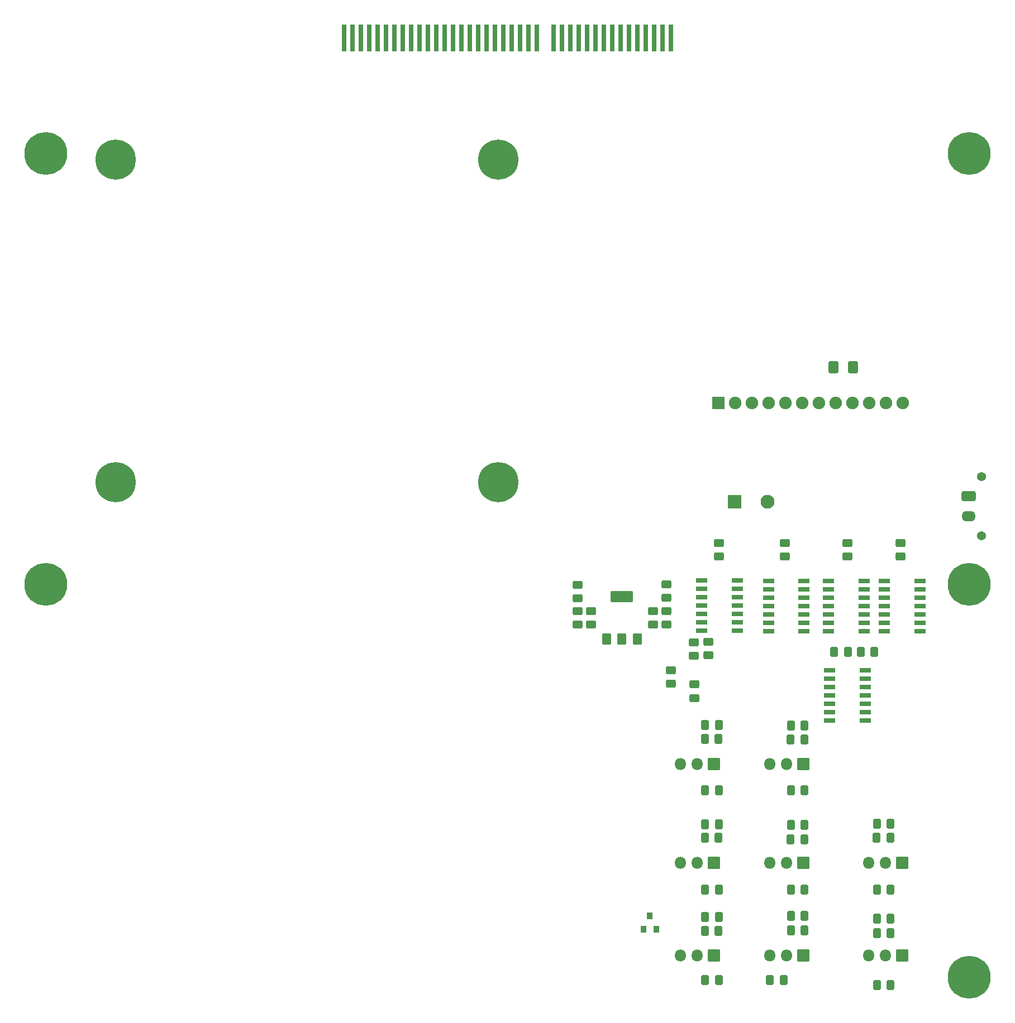
<source format=gts>
G04 #@! TF.GenerationSoftware,KiCad,Pcbnew,(6.0.2)*
G04 #@! TF.CreationDate,2022-09-21T19:40:20+09:30*
G04 #@! TF.ProjectId,BSPD,42535044-2e6b-4696-9361-645f70636258,4*
G04 #@! TF.SameCoordinates,Original*
G04 #@! TF.FileFunction,Soldermask,Top*
G04 #@! TF.FilePolarity,Negative*
%FSLAX46Y46*%
G04 Gerber Fmt 4.6, Leading zero omitted, Abs format (unit mm)*
G04 Created by KiCad (PCBNEW (6.0.2)) date 2022-09-21 19:40:20*
%MOMM*%
%LPD*%
G01*
G04 APERTURE LIST*
G04 Aperture macros list*
%AMRoundRect*
0 Rectangle with rounded corners*
0 $1 Rounding radius*
0 $2 $3 $4 $5 $6 $7 $8 $9 X,Y pos of 4 corners*
0 Add a 4 corners polygon primitive as box body*
4,1,4,$2,$3,$4,$5,$6,$7,$8,$9,$2,$3,0*
0 Add four circle primitives for the rounded corners*
1,1,$1+$1,$2,$3*
1,1,$1+$1,$4,$5*
1,1,$1+$1,$6,$7*
1,1,$1+$1,$8,$9*
0 Add four rect primitives between the rounded corners*
20,1,$1+$1,$2,$3,$4,$5,0*
20,1,$1+$1,$4,$5,$6,$7,0*
20,1,$1+$1,$6,$7,$8,$9,0*
20,1,$1+$1,$8,$9,$2,$3,0*%
G04 Aperture macros list end*
%ADD10RoundRect,0.300550X0.450450X-0.325450X0.450450X0.325450X-0.450450X0.325450X-0.450450X-0.325450X0*%
%ADD11RoundRect,0.301000X0.450000X-0.325000X0.450000X0.325000X-0.450000X0.325000X-0.450000X-0.325000X0*%
%ADD12RoundRect,0.300550X0.325450X0.450450X-0.325450X0.450450X-0.325450X-0.450450X0.325450X-0.450450X0*%
%ADD13RoundRect,0.301000X0.325000X0.450000X-0.325000X0.450000X-0.325000X-0.450000X0.325000X-0.450000X0*%
%ADD14RoundRect,0.051000X0.400000X0.450000X-0.400000X0.450000X-0.400000X-0.450000X0.400000X-0.450000X0*%
%ADD15RoundRect,0.301000X-0.325000X-0.450000X0.325000X-0.450000X0.325000X0.450000X-0.325000X0.450000X0*%
%ADD16RoundRect,0.051000X0.600000X0.800000X-0.600000X0.800000X-0.600000X-0.800000X0.600000X-0.800000X0*%
%ADD17RoundRect,0.051000X1.650000X-0.800000X1.650000X0.800000X-1.650000X0.800000X-1.650000X-0.800000X0*%
%ADD18RoundRect,0.051000X-0.775000X0.300000X-0.775000X-0.300000X0.775000X-0.300000X0.775000X0.300000X0*%
%ADD19RoundRect,0.301000X-0.450000X0.325000X-0.450000X-0.325000X0.450000X-0.325000X0.450000X0.325000X0*%
%ADD20RoundRect,0.051000X-0.850000X0.850000X-0.850000X-0.850000X0.850000X-0.850000X0.850000X0.850000X0*%
%ADD21O,1.802000X1.802000*%
%ADD22C,0.902000*%
%ADD23C,6.502000*%
%ADD24C,1.372000*%
%ADD25RoundRect,0.301001X-0.759999X0.499999X-0.759999X-0.499999X0.759999X-0.499999X0.759999X0.499999X0*%
%ADD26O,2.122000X1.602000*%
%ADD27RoundRect,0.051000X-0.900000X-0.900000X0.900000X-0.900000X0.900000X0.900000X-0.900000X0.900000X0*%
%ADD28C,1.902000*%
%ADD29RoundRect,0.051000X0.280000X2.000000X-0.280000X2.000000X-0.280000X-2.000000X0.280000X-2.000000X0*%
%ADD30C,6.102000*%
%ADD31RoundRect,0.301001X0.462499X0.624999X-0.462499X0.624999X-0.462499X-0.624999X0.462499X-0.624999X0*%
%ADD32RoundRect,0.051000X-1.000000X-1.000000X1.000000X-1.000000X1.000000X1.000000X-1.000000X1.000000X0*%
%ADD33C,2.102000*%
G04 APERTURE END LIST*
D10*
X156635000Y-95125000D03*
D11*
X156635000Y-93075000D03*
D10*
X139135000Y-95125000D03*
D11*
X139135000Y-93075000D03*
D10*
X148635000Y-95125000D03*
D11*
X148635000Y-93075000D03*
D10*
X129135000Y-95125000D03*
D11*
X129135000Y-93075000D03*
D10*
X109735000Y-105425000D03*
D11*
X109735000Y-103375000D03*
D10*
X119135000Y-105425000D03*
D11*
X119135000Y-103375000D03*
D12*
X148660000Y-109600000D03*
D13*
X146610000Y-109600000D03*
D14*
X117710000Y-151600000D03*
X119610000Y-151600000D03*
X118660000Y-149600000D03*
D13*
X152660000Y-109600000D03*
X150610000Y-109600000D03*
D15*
X153085000Y-160100000D03*
X155135000Y-160100000D03*
X140035000Y-145600000D03*
X142085000Y-145600000D03*
D13*
X155160000Y-145600000D03*
X153110000Y-145600000D03*
D15*
X136860000Y-159350000D03*
X138910000Y-159350000D03*
X127035000Y-145600000D03*
X129085000Y-145600000D03*
X127035000Y-130600000D03*
X129085000Y-130600000D03*
D16*
X112135000Y-107600000D03*
D17*
X114435000Y-101200000D03*
D16*
X114435000Y-107600000D03*
X116735000Y-107600000D03*
D18*
X136635000Y-98790000D03*
X136635000Y-100060000D03*
X136635000Y-101330000D03*
X136635000Y-102600000D03*
X136635000Y-103870000D03*
X136635000Y-105140000D03*
X136635000Y-106410000D03*
X142035000Y-106410000D03*
X142035000Y-105140000D03*
X142035000Y-103870000D03*
X142035000Y-102600000D03*
X142035000Y-101330000D03*
X142035000Y-100060000D03*
X142035000Y-98790000D03*
X145735000Y-98790000D03*
X145735000Y-100060000D03*
X145735000Y-101330000D03*
X145735000Y-102600000D03*
X145735000Y-103870000D03*
X145735000Y-105140000D03*
X145735000Y-106410000D03*
X151135000Y-106410000D03*
X151135000Y-105140000D03*
X151135000Y-103870000D03*
X151135000Y-102600000D03*
X151135000Y-101330000D03*
X151135000Y-100060000D03*
X151135000Y-98790000D03*
X154185000Y-98790000D03*
X154185000Y-100060000D03*
X154185000Y-101330000D03*
X154185000Y-102600000D03*
X154185000Y-103870000D03*
X154185000Y-105140000D03*
X154185000Y-106410000D03*
X159585000Y-106410000D03*
X159585000Y-105140000D03*
X159585000Y-103870000D03*
X159585000Y-102600000D03*
X159585000Y-101330000D03*
X159585000Y-100060000D03*
X159585000Y-98790000D03*
D11*
X121885000Y-114375000D03*
X121885000Y-112325000D03*
D15*
X127035000Y-159370000D03*
X129085000Y-159370000D03*
X140035000Y-130600000D03*
X142085000Y-130600000D03*
D13*
X142040000Y-138045000D03*
X139990000Y-138045000D03*
X142040000Y-122845000D03*
X139990000Y-122845000D03*
X142085000Y-120745000D03*
X140035000Y-120745000D03*
X142085000Y-135845000D03*
X140035000Y-135845000D03*
X155090000Y-137745000D03*
X153040000Y-137745000D03*
X129040000Y-137745000D03*
X126990000Y-137745000D03*
X155135000Y-135645000D03*
X153085000Y-135645000D03*
X129085000Y-135695000D03*
X127035000Y-135695000D03*
X129040000Y-151870000D03*
X126990000Y-151870000D03*
X129040000Y-122770000D03*
X126990000Y-122770000D03*
X129085000Y-149820000D03*
X127035000Y-149820000D03*
X129085000Y-120695000D03*
X127035000Y-120695000D03*
X142085000Y-151770000D03*
X140035000Y-151770000D03*
X142085000Y-149620000D03*
X140035000Y-149620000D03*
X155110000Y-152195000D03*
X153060000Y-152195000D03*
X155135000Y-149995000D03*
X153085000Y-149995000D03*
D18*
X126485000Y-98735000D03*
X126485000Y-100005000D03*
X126485000Y-101275000D03*
X126485000Y-102545000D03*
X126485000Y-103815000D03*
X126485000Y-105085000D03*
X126485000Y-106355000D03*
X131885000Y-106355000D03*
X131885000Y-105085000D03*
X131885000Y-103815000D03*
X131885000Y-102545000D03*
X131885000Y-101275000D03*
X131885000Y-100005000D03*
X131885000Y-98735000D03*
D19*
X121210000Y-99320000D03*
X121210000Y-101370000D03*
D11*
X121185000Y-105420000D03*
X121185000Y-103370000D03*
D19*
X107735000Y-99420000D03*
X107735000Y-101470000D03*
D18*
X145885000Y-112335000D03*
X145885000Y-113605000D03*
X145885000Y-114875000D03*
X145885000Y-116145000D03*
X145885000Y-117415000D03*
X145885000Y-118685000D03*
X145885000Y-119955000D03*
X151285000Y-119955000D03*
X151285000Y-118685000D03*
X151285000Y-117415000D03*
X151285000Y-116145000D03*
X151285000Y-114875000D03*
X151285000Y-113605000D03*
X151285000Y-112335000D03*
D11*
X107735000Y-105395000D03*
X107735000Y-103345000D03*
X125385000Y-116550000D03*
X125385000Y-114500000D03*
D19*
X127535000Y-108050000D03*
X127535000Y-110100000D03*
D11*
X125335000Y-110150000D03*
X125335000Y-108100000D03*
D20*
X141885000Y-141600000D03*
D21*
X139345000Y-141600000D03*
X136805000Y-141600000D03*
D20*
X141925000Y-126600000D03*
D21*
X139385000Y-126600000D03*
X136845000Y-126600000D03*
D20*
X141885000Y-155600000D03*
D21*
X139345000Y-155600000D03*
X136805000Y-155600000D03*
D20*
X128385000Y-141600000D03*
D21*
X125845000Y-141600000D03*
X123305000Y-141600000D03*
D20*
X128385000Y-155600000D03*
D21*
X125845000Y-155600000D03*
X123305000Y-155600000D03*
D20*
X156885000Y-141600000D03*
D21*
X154345000Y-141600000D03*
X151805000Y-141600000D03*
D20*
X156885000Y-155600000D03*
D21*
X154345000Y-155600000D03*
X151805000Y-155600000D03*
D20*
X128385000Y-126600000D03*
D21*
X125845000Y-126600000D03*
X123305000Y-126600000D03*
D22*
X167087500Y-156519620D03*
X167087500Y-161319620D03*
X168784556Y-157222564D03*
X165390444Y-157222564D03*
X169487500Y-158919620D03*
X165390444Y-160616676D03*
X168784556Y-160616676D03*
D23*
X167087500Y-158919620D03*
D22*
X164687500Y-158919620D03*
D24*
X168910000Y-82950000D03*
X168910000Y-91950000D03*
D25*
X166950000Y-85950000D03*
D26*
X166950000Y-88950000D03*
D27*
X129030000Y-71805000D03*
D28*
X131570000Y-71805000D03*
X134110000Y-71805000D03*
X136650000Y-71805000D03*
X139190000Y-71805000D03*
X141730000Y-71805000D03*
X144270000Y-71805000D03*
X146810000Y-71805000D03*
X149350000Y-71805000D03*
X151890000Y-71805000D03*
X154430000Y-71805000D03*
X156970000Y-71805000D03*
D29*
X121842500Y-16419620D03*
X120572500Y-16419620D03*
X119302500Y-16419620D03*
X118032500Y-16419620D03*
X116762500Y-16419620D03*
X115492500Y-16419620D03*
X114222500Y-16419620D03*
X112952500Y-16419620D03*
X111682500Y-16419620D03*
X110412500Y-16419620D03*
X109142500Y-16419620D03*
X107872500Y-16419620D03*
X106602500Y-16419620D03*
X105332500Y-16419620D03*
X104062500Y-16419620D03*
X101522500Y-16419620D03*
X100252500Y-16419620D03*
X98982500Y-16419620D03*
X97712500Y-16419620D03*
X96442500Y-16419620D03*
X95172500Y-16419620D03*
X93902500Y-16419620D03*
X92632500Y-16419620D03*
X91362500Y-16419620D03*
X90092500Y-16419620D03*
X88822500Y-16419620D03*
X87552500Y-16419620D03*
X86282500Y-16419620D03*
X85012500Y-16419620D03*
X83742500Y-16419620D03*
X82472500Y-16419620D03*
X81202500Y-16419620D03*
X79932500Y-16419620D03*
X78662500Y-16419620D03*
X77392500Y-16419620D03*
X76122500Y-16419620D03*
X74852500Y-16419620D03*
X73582500Y-16419620D03*
X72312500Y-16419620D03*
D22*
X27075500Y-101719620D03*
X29475500Y-99319620D03*
X25378444Y-101016676D03*
X27075500Y-96919620D03*
X25378444Y-97622564D03*
D23*
X27075500Y-99319620D03*
D22*
X28772556Y-97622564D03*
X28772556Y-101016676D03*
X24675500Y-99319620D03*
X167075500Y-31563325D03*
X165378444Y-35660381D03*
X169475500Y-33963325D03*
X168772556Y-35660381D03*
X168772556Y-32266269D03*
X167075500Y-36363325D03*
D23*
X167075500Y-33963325D03*
D22*
X164675500Y-33963325D03*
X165378444Y-32266269D03*
D30*
X37715000Y-34855000D03*
X95715000Y-34855000D03*
X95715000Y-83855000D03*
X37715000Y-83855000D03*
D31*
X149487500Y-66350000D03*
X146512500Y-66350000D03*
D22*
X169475500Y-99319620D03*
X164675500Y-99319620D03*
X165378444Y-97622564D03*
X165378444Y-101016676D03*
X168772556Y-97622564D03*
X167075500Y-96919620D03*
X167075500Y-101719620D03*
X168772556Y-101016676D03*
D23*
X167075500Y-99319620D03*
D22*
X25378444Y-35660381D03*
X28772556Y-35660381D03*
X24675500Y-33963325D03*
D23*
X27075500Y-33963325D03*
D22*
X27075500Y-31563325D03*
X27075500Y-36363325D03*
X29475500Y-33963325D03*
X25378444Y-32266269D03*
X28772556Y-32266269D03*
D32*
X131500000Y-86800000D03*
D33*
X136500000Y-86800000D03*
M02*

</source>
